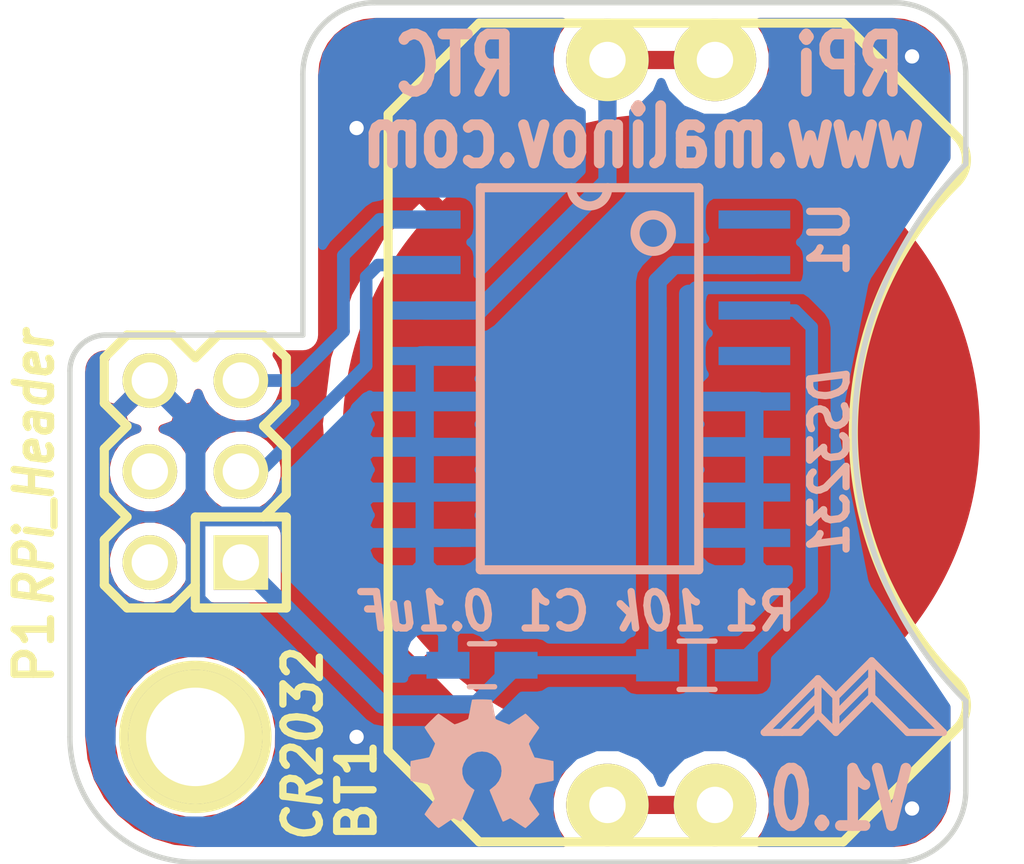
<source format=kicad_pcb>
(kicad_pcb (version 4) (host pcbnew 4.0.1-stable)

  (general
    (links 21)
    (no_connects 1)
    (area 99.924999 140.924999 132.575001 165.075001)
    (thickness 1.6)
    (drawings 32)
    (tracks 106)
    (zones 0)
    (modules 7)
    (nets 12)
  )

  (page USLetter portrait)
  (layers
    (0 F.Cu signal)
    (31 B.Cu signal)
    (32 B.Adhes user)
    (33 F.Adhes user)
    (34 B.Paste user)
    (35 F.Paste user)
    (36 B.SilkS user)
    (37 F.SilkS user)
    (38 B.Mask user)
    (39 F.Mask user)
    (40 Dwgs.User user)
    (41 Cmts.User user)
    (42 Eco1.User user)
    (43 Eco2.User user)
    (44 Edge.Cuts user)
    (45 Margin user)
    (46 B.CrtYd user)
    (47 F.CrtYd user)
    (48 B.Fab user)
    (49 F.Fab user)
  )

  (setup
    (last_trace_width 0.3556)
    (user_trace_width 0.3556)
    (trace_clearance 0.2)
    (zone_clearance 0.35)
    (zone_45_only no)
    (trace_min 0.2)
    (segment_width 0.2)
    (edge_width 0.15)
    (via_size 0.6)
    (via_drill 0.4)
    (via_min_size 0.4)
    (via_min_drill 0.3)
    (uvia_size 0.3)
    (uvia_drill 0.1)
    (uvias_allowed no)
    (uvia_min_size 0.2)
    (uvia_min_drill 0.1)
    (pcb_text_width 0.3)
    (pcb_text_size 1.5 1.5)
    (mod_edge_width 0.15)
    (mod_text_size 1 1)
    (mod_text_width 0.15)
    (pad_size 1.524 1.524)
    (pad_drill 0.762)
    (pad_to_mask_clearance 0.2)
    (aux_axis_origin 0 0)
    (visible_elements FFFFF77F)
    (pcbplotparams
      (layerselection 0x00030_80000001)
      (usegerberextensions false)
      (excludeedgelayer true)
      (linewidth 0.100000)
      (plotframeref false)
      (viasonmask false)
      (mode 1)
      (useauxorigin false)
      (hpglpennumber 1)
      (hpglpenspeed 20)
      (hpglpendiameter 15)
      (hpglpenoverlay 2)
      (psnegative false)
      (psa4output false)
      (plotreference true)
      (plotvalue true)
      (plotinvisibletext false)
      (padsonsilk false)
      (subtractmaskfromsilk false)
      (outputformat 1)
      (mirror false)
      (drillshape 1)
      (scaleselection 1)
      (outputdirectory ""))
  )

  (net 0 "")
  (net 1 GND)
  (net 2 /VBAT)
  (net 3 "Net-(P1-Pad2)")
  (net 4 /SDA)
  (net 5 "Net-(P1-Pad4)")
  (net 6 /SCL)
  (net 7 /~INT)
  (net 8 "Net-(U1-Pad4)")
  (net 9 "Net-(U1-Pad1)")
  (net 10 +3V3)
  (net 11 "Net-(HOLE1-Pad1)")

  (net_class Default "This is the default net class."
    (clearance 0.2)
    (trace_width 0.3556)
    (via_dia 0.6)
    (via_drill 0.4)
    (uvia_dia 0.3)
    (uvia_drill 0.1)
    (add_net /SCL)
    (add_net /SDA)
    (add_net /~INT)
    (add_net "Net-(HOLE1-Pad1)")
    (add_net "Net-(P1-Pad2)")
    (add_net "Net-(P1-Pad4)")
    (add_net "Net-(U1-Pad1)")
    (add_net "Net-(U1-Pad4)")
  )

  (net_class Power ""
    (clearance 0.2)
    (trace_width 0.508)
    (via_dia 0.6)
    (via_drill 0.4)
    (uvia_dia 0.3)
    (uvia_drill 0.1)
    (add_net +3V3)
    (add_net /VBAT)
    (add_net GND)
  )

  (module my_components:Battery_Holder_CR2032_THM (layer F.Cu) (tedit 5A4FCA34) (tstamp 5A4F2F1C)
    (at 116.5 153 90)
    (descr "Battery Holder, CR2030, Links BAT-HLD-001-THM")
    (tags "BATTERY HOLDER CR2032")
    (path /5A4F2864)
    (fp_text reference BT1 (at -10 -8.5 90) (layer F.SilkS)
      (effects (font (size 1.016 1.016) (thickness 0.2032)))
    )
    (fp_text value CR2032 (at -8.75 -10 90) (layer F.SilkS)
      (effects (font (size 1.016 0.9144) (thickness 0.2032) italic))
    )
    (fp_circle (center 0 0) (end -10 0) (layer F.CrtYd) (width 0.254))
    (fp_arc (start 7.62 7.62) (end 8.255 8.255) (angle 90) (layer F.SilkS) (width 0.254))
    (fp_arc (start -7.62 7.62) (end -6.985 8.255) (angle 90) (layer F.SilkS) (width 0.254))
    (fp_arc (start 0 15.24) (end -6.985 8.255) (angle 90) (layer F.SilkS) (width 0.254))
    (fp_line (start 11.43 5.08) (end 8.255 8.255) (layer F.SilkS) (width 0.254))
    (fp_line (start -11.43 5.08) (end -8.255 8.255) (layer F.SilkS) (width 0.254))
    (fp_line (start 11.43 -5.08) (end 11.43 5.08) (layer F.SilkS) (width 0.254))
    (fp_line (start -11.43 -5.08) (end -11.43 5.08) (layer F.SilkS) (width 0.254))
    (fp_line (start 8.89 -7.62) (end 11.43 -5.08) (layer F.SilkS) (width 0.254))
    (fp_line (start -8.89 -7.62) (end -11.43 -5.08) (layer F.SilkS) (width 0.254))
    (fp_line (start -8.89 -7.62) (end 8.89 -7.62) (layer F.SilkS) (width 0.254))
    (pad 2 smd circle (at 0 0 90) (size 17.78 17.78) (layers F.Cu F.Paste F.Mask)
      (net 1 GND))
    (pad 1 thru_hole circle (at 10.4 1.5 90) (size 2.3 2.3) (drill 1.016) (layers *.Cu *.Mask F.SilkS)
      (net 2 /VBAT))
    (pad 1 thru_hole circle (at -10.4 -1.5 90) (size 2.3 2.3) (drill 1.016) (layers *.Cu *.Mask F.SilkS)
      (net 2 /VBAT))
    (pad 1 thru_hole circle (at 10.4 -1.5 90) (size 2.3 2.3) (drill 1.016) (layers *.Cu *.Mask F.SilkS)
      (net 2 /VBAT))
    (pad 1 thru_hole circle (at -10.4 1.5 90) (size 2.3 2.3) (drill 1.016) (layers *.Cu *.Mask F.SilkS)
      (net 2 /VBAT))
  )

  (module Capacitors_SMD:C_0603_HandSoldering (layer B.Cu) (tedit 5A4FD344) (tstamp 5A4F2F22)
    (at 111.5 159.5 180)
    (descr "Capacitor SMD 0603, hand soldering")
    (tags "capacitor 0603")
    (path /5A4F2DD0)
    (attr smd)
    (fp_text reference C1 (at -2 1.5 180) (layer B.SilkS)
      (effects (font (size 1.016 1.016) (thickness 0.2032)) (justify mirror))
    )
    (fp_text value 0.1uF (at 1.5 1.5 180) (layer B.SilkS)
      (effects (font (size 1.016 0.9144) (thickness 0.2032) italic) (justify mirror))
    )
    (fp_line (start -1.85 0.75) (end 1.85 0.75) (layer B.CrtYd) (width 0.05))
    (fp_line (start -1.85 -0.75) (end 1.85 -0.75) (layer B.CrtYd) (width 0.05))
    (fp_line (start -1.85 0.75) (end -1.85 -0.75) (layer B.CrtYd) (width 0.05))
    (fp_line (start 1.85 0.75) (end 1.85 -0.75) (layer B.CrtYd) (width 0.05))
    (fp_line (start -0.35 0.6) (end 0.35 0.6) (layer B.SilkS) (width 0.15))
    (fp_line (start 0.35 -0.6) (end -0.35 -0.6) (layer B.SilkS) (width 0.15))
    (pad 1 smd rect (at -0.95 0 180) (size 1.2 0.75) (layers B.Cu B.Paste B.Mask)
      (net 10 +3V3))
    (pad 2 smd rect (at 0.95 0 180) (size 1.2 0.75) (layers B.Cu B.Paste B.Mask)
      (net 1 GND))
    (model Capacitors_SMD.3dshapes/C_0603_HandSoldering.wrl
      (at (xyz 0 0 0))
      (scale (xyz 1 1 1))
      (rotate (xyz 0 0 0))
    )
  )

  (module my_components:Hole_2.75mm (layer F.Cu) (tedit 599A541D) (tstamp 5A4F2F27)
    (at 103.5 161.5)
    (descr "Mounting Hole, 2.75mm")
    (tags "HOLE 2.75MM")
    (path /5A4F3C56)
    (fp_text reference HOLE1 (at 0 -3.048) (layer F.SilkS) hide
      (effects (font (size 1.016 1.016) (thickness 0.2032)))
    )
    (fp_text value HOLE (at 0 3.175) (layer F.SilkS) hide
      (effects (font (size 1.016 0.9144) (thickness 0.2032) italic))
    )
    (fp_circle (center 0 0) (end -2 0) (layer F.SilkS) (width 0.254))
    (pad 1 thru_hole circle (at 0 0) (size 3.75 3.75) (drill 2.75) (layers *.Cu *.Mask F.SilkS)
      (net 11 "Net-(HOLE1-Pad1)"))
  )

  (module my_components:Conn_Pin_Header_2x3_2.54mm (layer F.Cu) (tedit 5A4F3ADB) (tstamp 5A4F2F31)
    (at 103.5 154.09 90)
    (descr "Pin Header, 2x3, 2.54mm pitch")
    (tags "CONN 2x3")
    (path /5A4F290F)
    (fp_text reference P1 (at -4.91 -4.5 90) (layer F.SilkS)
      (effects (font (size 1.016 1.016) (thickness 0.2032)))
    )
    (fp_text value RPi_Header (at 0.09 -4.5 90) (layer F.SilkS)
      (effects (font (size 1.016 0.9144) (thickness 0.2032) italic))
    )
    (fp_line (start 0.635 -2.54) (end 1.27 -1.905) (layer F.SilkS) (width 0.254))
    (fp_line (start 1.27 -1.905) (end 1.905 -2.54) (layer F.SilkS) (width 0.254))
    (fp_line (start 1.905 -2.54) (end 3.175 -2.54) (layer F.SilkS) (width 0.254))
    (fp_line (start 0.635 2.54) (end 1.27 1.905) (layer F.SilkS) (width 0.254))
    (fp_line (start 1.27 1.905) (end 1.905 2.54) (layer F.SilkS) (width 0.254))
    (fp_line (start 1.905 2.54) (end 3.175 2.54) (layer F.SilkS) (width 0.254))
    (fp_line (start -3.81 0) (end -1.27 0) (layer F.SilkS) (width 0.254))
    (fp_line (start -1.27 0) (end -1.27 2.54) (layer F.SilkS) (width 0.254))
    (fp_line (start 3.81 1.905) (end 3.81 0.635) (layer F.SilkS) (width 0.254))
    (fp_line (start 3.81 0.635) (end 3.175 0) (layer F.SilkS) (width 0.254))
    (fp_line (start 3.175 0) (end 3.81 -0.635) (layer F.SilkS) (width 0.254))
    (fp_line (start 3.81 -0.635) (end 3.81 -1.905) (layer F.SilkS) (width 0.254))
    (fp_line (start -3.175 0) (end -3.81 -0.635) (layer F.SilkS) (width 0.254))
    (fp_line (start -3.81 -0.635) (end -3.81 -1.905) (layer F.SilkS) (width 0.254))
    (fp_line (start -3.81 -1.905) (end -3.175 -2.54) (layer F.SilkS) (width 0.254))
    (fp_line (start -3.175 -2.54) (end -1.905 -2.54) (layer F.SilkS) (width 0.254))
    (fp_line (start -1.905 -2.54) (end -1.27 -1.905) (layer F.SilkS) (width 0.254))
    (fp_line (start -1.27 -1.905) (end -0.635 -2.54) (layer F.SilkS) (width 0.254))
    (fp_line (start -0.635 -2.54) (end 0.635 -2.54) (layer F.SilkS) (width 0.254))
    (fp_line (start 3.175 -2.54) (end 3.81 -1.905) (layer F.SilkS) (width 0.254))
    (fp_line (start 3.81 1.905) (end 3.175 2.54) (layer F.SilkS) (width 0.254))
    (fp_line (start 0.635 2.54) (end -0.635 2.54) (layer F.SilkS) (width 0.254))
    (fp_line (start -0.635 2.54) (end -1.27 1.905) (layer F.SilkS) (width 0.254))
    (fp_line (start -1.27 2.54) (end -3.81 2.54) (layer F.SilkS) (width 0.254))
    (fp_line (start -3.81 2.54) (end -3.81 0) (layer F.SilkS) (width 0.254))
    (pad 1 thru_hole rect (at -2.54 1.27 90) (size 1.524 1.524) (drill 1.016) (layers *.Cu *.Mask F.SilkS)
      (net 10 +3V3))
    (pad 2 thru_hole circle (at -2.54 -1.27 90) (size 1.524 1.524) (drill 1.016) (layers *.Cu *.Mask F.SilkS)
      (net 3 "Net-(P1-Pad2)"))
    (pad 3 thru_hole circle (at 0 1.27 90) (size 1.524 1.524) (drill 1.016) (layers *.Cu *.Mask F.SilkS)
      (net 4 /SDA))
    (pad 4 thru_hole circle (at 0 -1.27 90) (size 1.524 1.524) (drill 1.016) (layers *.Cu *.Mask F.SilkS)
      (net 5 "Net-(P1-Pad4)"))
    (pad 5 thru_hole circle (at 2.54 1.27 90) (size 1.524 1.524) (drill 1.016) (layers *.Cu *.Mask F.SilkS)
      (net 6 /SCL))
    (pad 6 thru_hole circle (at 2.54 -1.27 90) (size 1.524 1.524) (drill 1.016) (layers *.Cu *.Mask F.SilkS)
      (net 1 GND))
    (model pin_array/pins_array_8x2.wrl
      (at (xyz 0 0 0))
      (scale (xyz 1 1 1))
      (rotate (xyz 0 0 0))
    )
  )

  (module Resistors_SMD:R_0603_HandSoldering (layer B.Cu) (tedit 5A4FD322) (tstamp 5A4F2F37)
    (at 117.5 159.5 180)
    (descr "Resistor SMD 0603, hand soldering")
    (tags "resistor 0603")
    (path /5A4F2EED)
    (attr smd)
    (fp_text reference R1 (at -1.75 1.5 180) (layer B.SilkS)
      (effects (font (size 1.016 1.016) (thickness 0.2032)) (justify mirror))
    )
    (fp_text value 10k (at 1 1.5 180) (layer B.SilkS)
      (effects (font (size 1.016 0.9144) (thickness 0.2032) italic) (justify mirror))
    )
    (fp_line (start -2 0.8) (end 2 0.8) (layer B.CrtYd) (width 0.05))
    (fp_line (start -2 -0.8) (end 2 -0.8) (layer B.CrtYd) (width 0.05))
    (fp_line (start -2 0.8) (end -2 -0.8) (layer B.CrtYd) (width 0.05))
    (fp_line (start 2 0.8) (end 2 -0.8) (layer B.CrtYd) (width 0.05))
    (fp_line (start 0.5 -0.675) (end -0.5 -0.675) (layer B.SilkS) (width 0.15))
    (fp_line (start -0.5 0.675) (end 0.5 0.675) (layer B.SilkS) (width 0.15))
    (pad 1 smd rect (at -1.1 0 180) (size 1.2 0.9) (layers B.Cu B.Paste B.Mask)
      (net 7 /~INT))
    (pad 2 smd rect (at 1.1 0 180) (size 1.2 0.9) (layers B.Cu B.Paste B.Mask)
      (net 10 +3V3))
    (model Resistors_SMD.3dshapes/R_0603_HandSoldering.wrl
      (at (xyz 0 0 0))
      (scale (xyz 1 1 1))
      (rotate (xyz 0 0 0))
    )
  )

  (module my_components:IC_SOIC16_Wide (layer B.Cu) (tedit 5A4FC68E) (tstamp 5A4FBFE5)
    (at 114.5 151.5 270)
    (descr "SOIC-16W package, body width 7.5mm")
    (tags SOIC-16W)
    (path /5A4FC606)
    (attr smd)
    (fp_text reference U1 (at -3.9 -6.7 270) (layer B.SilkS)
      (effects (font (size 1.016 1.016) (thickness 0.2032)) (justify mirror))
    )
    (fp_text value DS3231 (at 2.3 -6.7 270) (layer B.SilkS)
      (effects (font (size 1.016 0.9144) (thickness 0.2032) italic) (justify mirror))
    )
    (fp_arc (start -5.334 0) (end -4.826 0) (angle -90) (layer B.SilkS) (width 0.254))
    (fp_arc (start -5.334 0) (end -5.334 0.508) (angle -90) (layer B.SilkS) (width 0.254))
    (fp_circle (center -4.064 -1.778) (end -4.572 -1.778) (layer B.SilkS) (width 0.254))
    (fp_line (start -5.334 -3.048) (end 5.334 -3.048) (layer B.SilkS) (width 0.254))
    (fp_line (start 5.334 -3.048) (end 5.334 3.048) (layer B.SilkS) (width 0.254))
    (fp_line (start 5.334 3.048) (end -5.334 3.048) (layer B.SilkS) (width 0.254))
    (fp_line (start -5.334 3.048) (end -5.334 -3.048) (layer B.SilkS) (width 0.254))
    (pad 9 smd rect (at 4.445 4.59994 270) (size 0.508 1.99898) (layers B.Cu B.Paste B.Mask)
      (net 1 GND))
    (pad 10 smd rect (at 3.175 4.59994 270) (size 0.508 1.99898) (layers B.Cu B.Paste B.Mask)
      (net 1 GND))
    (pad 11 smd rect (at 1.905 4.59994 270) (size 0.508 1.99898) (layers B.Cu B.Paste B.Mask)
      (net 1 GND))
    (pad 12 smd rect (at 0.635 4.59994 270) (size 0.508 1.99898) (layers B.Cu B.Paste B.Mask)
      (net 1 GND))
    (pad 13 smd rect (at -0.635 4.59994 270) (size 0.508 1.99898) (layers B.Cu B.Paste B.Mask)
      (net 1 GND))
    (pad 14 smd rect (at -1.905 4.59994 270) (size 0.508 1.99898) (layers B.Cu B.Paste B.Mask)
      (net 2 /VBAT))
    (pad 15 smd rect (at -3.175 4.59994 270) (size 0.508 1.99898) (layers B.Cu B.Paste B.Mask)
      (net 4 /SDA))
    (pad 16 smd rect (at -4.445 4.59994 270) (size 0.508 1.99898) (layers B.Cu B.Paste B.Mask)
      (net 6 /SCL))
    (pad 1 smd rect (at -4.445 -4.59994 270) (size 0.508 1.99898) (layers B.Cu B.Paste B.Mask)
      (net 9 "Net-(U1-Pad1)"))
    (pad 2 smd rect (at -3.175 -4.59994 270) (size 0.508 1.99898) (layers B.Cu B.Paste B.Mask)
      (net 10 +3V3))
    (pad 3 smd rect (at -1.905 -4.59994 270) (size 0.508 1.99898) (layers B.Cu B.Paste B.Mask)
      (net 7 /~INT))
    (pad 4 smd rect (at -0.635 -4.59994 270) (size 0.508 1.99898) (layers B.Cu B.Paste B.Mask)
      (net 8 "Net-(U1-Pad4)"))
    (pad 5 smd rect (at 0.635 -4.59994 270) (size 0.508 1.99898) (layers B.Cu B.Paste B.Mask)
      (net 1 GND))
    (pad 6 smd rect (at 1.905 -4.59994 270) (size 0.508 1.99898) (layers B.Cu B.Paste B.Mask)
      (net 1 GND))
    (pad 7 smd rect (at 3.175 -4.59994 270) (size 0.508 1.99898) (layers B.Cu B.Paste B.Mask)
      (net 1 GND))
    (pad 8 smd rect (at 4.445 -4.59994 270) (size 0.508 1.99898) (layers B.Cu B.Paste B.Mask)
      (net 1 GND))
    (model smd/cms_so20.wrl
      (at (xyz 0 0 0))
      (scale (xyz 0.5 0.6 0.5))
      (rotate (xyz 0 0 0))
    )
  )

  (module OSHW-logo:OSHW-logo_silkscreen-front_4mm (layer B.Cu) (tedit 0) (tstamp 5A4FD1E3)
    (at 111.5 162.25 180)
    (fp_text reference G*** (at 0 -2.1209 180) (layer B.SilkS) hide
      (effects (font (size 0.18034 0.18034) (thickness 0.03556)) (justify mirror))
    )
    (fp_text value OSHW-logo_silkscreen-front_4mm (at 0 2.1209 180) (layer B.SilkS) hide
      (effects (font (size 0.18034 0.18034) (thickness 0.03556)) (justify mirror))
    )
    (fp_poly (pts (xy -1.21158 -1.79578) (xy -1.19126 -1.78562) (xy -1.143 -1.75514) (xy -1.07696 -1.71196)
      (xy -0.99822 -1.65862) (xy -0.91948 -1.60528) (xy -0.85344 -1.5621) (xy -0.80772 -1.53162)
      (xy -0.78994 -1.52146) (xy -0.77978 -1.524) (xy -0.74168 -1.54432) (xy -0.6858 -1.57226)
      (xy -0.65532 -1.5875) (xy -0.60452 -1.61036) (xy -0.57912 -1.61544) (xy -0.57658 -1.60782)
      (xy -0.55626 -1.56972) (xy -0.52832 -1.50368) (xy -0.49022 -1.41732) (xy -0.44704 -1.31572)
      (xy -0.40132 -1.2065) (xy -0.3556 -1.09474) (xy -0.30988 -0.98806) (xy -0.27178 -0.89154)
      (xy -0.23876 -0.81534) (xy -0.21844 -0.75946) (xy -0.21082 -0.7366) (xy -0.21336 -0.73152)
      (xy -0.23876 -0.70866) (xy -0.28194 -0.67564) (xy -0.37846 -0.5969) (xy -0.4699 -0.48006)
      (xy -0.52832 -0.34798) (xy -0.5461 -0.20066) (xy -0.53086 -0.06604) (xy -0.47752 0.0635)
      (xy -0.38608 0.18288) (xy -0.27432 0.26924) (xy -0.14478 0.32512) (xy 0 0.3429)
      (xy 0.1397 0.32766) (xy 0.27178 0.27432) (xy 0.39116 0.18542) (xy 0.43942 0.127)
      (xy 0.508 0.00762) (xy 0.54864 -0.11938) (xy 0.55118 -0.14986) (xy 0.5461 -0.2921)
      (xy 0.50546 -0.42672) (xy 0.4318 -0.5461) (xy 0.32766 -0.64516) (xy 0.31496 -0.65532)
      (xy 0.2667 -0.69088) (xy 0.23622 -0.71374) (xy 0.21082 -0.73406) (xy 0.38862 -1.16586)
      (xy 0.41656 -1.23444) (xy 0.46736 -1.35128) (xy 0.51054 -1.45288) (xy 0.54356 -1.53416)
      (xy 0.56896 -1.5875) (xy 0.57912 -1.61036) (xy 0.57912 -1.61036) (xy 0.59436 -1.6129)
      (xy 0.62738 -1.6002) (xy 0.68834 -1.57226) (xy 0.72898 -1.55194) (xy 0.7747 -1.52908)
      (xy 0.79502 -1.52146) (xy 0.8128 -1.53162) (xy 0.85598 -1.55956) (xy 0.91948 -1.60274)
      (xy 0.99568 -1.65354) (xy 1.06934 -1.70434) (xy 1.13792 -1.75006) (xy 1.18618 -1.78054)
      (xy 1.21158 -1.79324) (xy 1.21412 -1.79324) (xy 1.23444 -1.78054) (xy 1.27508 -1.75006)
      (xy 1.3335 -1.69418) (xy 1.41478 -1.6129) (xy 1.42748 -1.6002) (xy 1.49606 -1.52908)
      (xy 1.55194 -1.47066) (xy 1.59004 -1.43002) (xy 1.60274 -1.41224) (xy 1.60274 -1.41224)
      (xy 1.59004 -1.38684) (xy 1.55956 -1.33858) (xy 1.51384 -1.27) (xy 1.4605 -1.19126)
      (xy 1.31826 -0.98298) (xy 1.397 -0.7874) (xy 1.41986 -0.72898) (xy 1.45034 -0.65532)
      (xy 1.4732 -0.60452) (xy 1.4859 -0.58166) (xy 1.50622 -0.57404) (xy 1.55956 -0.56134)
      (xy 1.6383 -0.54356) (xy 1.72974 -0.52832) (xy 1.81864 -0.51054) (xy 1.89738 -0.4953)
      (xy 1.9558 -0.48514) (xy 1.9812 -0.48006) (xy 1.98628 -0.47498) (xy 1.99136 -0.46228)
      (xy 1.99644 -0.43688) (xy 1.99644 -0.38862) (xy 1.99898 -0.31242) (xy 1.99898 -0.20066)
      (xy 1.99898 -0.1905) (xy 1.99644 -0.08382) (xy 1.99644 0) (xy 1.9939 0.05334)
      (xy 1.98882 0.07366) (xy 1.98882 0.07366) (xy 1.96342 0.08128) (xy 1.90754 0.09144)
      (xy 1.8288 0.10922) (xy 1.73228 0.127) (xy 1.7272 0.127) (xy 1.63322 0.14478)
      (xy 1.55448 0.16256) (xy 1.4986 0.17526) (xy 1.47574 0.18288) (xy 1.47066 0.18796)
      (xy 1.45034 0.22606) (xy 1.4224 0.28448) (xy 1.39192 0.3556) (xy 1.36144 0.42926)
      (xy 1.3335 0.49784) (xy 1.31572 0.5461) (xy 1.31064 0.56896) (xy 1.31064 0.56896)
      (xy 1.32588 0.59182) (xy 1.3589 0.64262) (xy 1.40462 0.70866) (xy 1.4605 0.78994)
      (xy 1.46304 0.79756) (xy 1.51892 0.8763) (xy 1.5621 0.94488) (xy 1.59258 0.99314)
      (xy 1.60274 1.01346) (xy 1.60274 1.016) (xy 1.58496 1.03886) (xy 1.54432 1.08458)
      (xy 1.4859 1.14554) (xy 1.41478 1.21666) (xy 1.39192 1.23698) (xy 1.31572 1.31318)
      (xy 1.26238 1.36398) (xy 1.22682 1.38938) (xy 1.21158 1.397) (xy 1.21158 1.39446)
      (xy 1.18618 1.38176) (xy 1.13538 1.34874) (xy 1.0668 1.30048) (xy 0.98552 1.24714)
      (xy 0.98044 1.24206) (xy 0.9017 1.18872) (xy 0.83566 1.143) (xy 0.7874 1.11252)
      (xy 0.76708 1.09982) (xy 0.762 1.09982) (xy 0.73152 1.10998) (xy 0.6731 1.12776)
      (xy 0.60452 1.1557) (xy 0.53086 1.18618) (xy 0.46228 1.21412) (xy 0.41148 1.23698)
      (xy 0.38862 1.24968) (xy 0.38862 1.25222) (xy 0.37846 1.28016) (xy 0.36576 1.34112)
      (xy 0.34798 1.4224) (xy 0.3302 1.52146) (xy 0.32766 1.5367) (xy 0.30988 1.63068)
      (xy 0.29464 1.70942) (xy 0.28194 1.7653) (xy 0.27686 1.78816) (xy 0.26416 1.7907)
      (xy 0.2159 1.79324) (xy 0.14478 1.79578) (xy 0.05842 1.79578) (xy -0.03048 1.79578)
      (xy -0.11684 1.79324) (xy -0.19304 1.7907) (xy -0.24638 1.78816) (xy -0.26924 1.78308)
      (xy -0.27178 1.78054) (xy -0.2794 1.7526) (xy -0.2921 1.69164) (xy -0.30988 1.61036)
      (xy -0.32766 1.5113) (xy -0.3302 1.49352) (xy -0.34798 1.39954) (xy -0.36576 1.3208)
      (xy -0.37592 1.26746) (xy -0.38354 1.24714) (xy -0.39116 1.24206) (xy -0.42926 1.22428)
      (xy -0.49276 1.19888) (xy -0.57404 1.16586) (xy -0.75692 1.0922) (xy -0.98044 1.24714)
      (xy -1.00076 1.25984) (xy -1.08204 1.31572) (xy -1.14808 1.3589) (xy -1.1938 1.38938)
      (xy -1.21412 1.39954) (xy -1.21412 1.39954) (xy -1.23698 1.37922) (xy -1.2827 1.33858)
      (xy -1.34366 1.27762) (xy -1.41224 1.20904) (xy -1.46558 1.1557) (xy -1.52654 1.0922)
      (xy -1.56718 1.05156) (xy -1.5875 1.02362) (xy -1.59512 1.00584) (xy -1.59258 0.99568)
      (xy -1.57988 0.97282) (xy -1.54686 0.92456) (xy -1.50114 0.85598) (xy -1.44526 0.77724)
      (xy -1.39954 0.70866) (xy -1.35128 0.635) (xy -1.3208 0.58166) (xy -1.3081 0.55372)
      (xy -1.31064 0.54356) (xy -1.32842 0.50038) (xy -1.35382 0.4318) (xy -1.38684 0.35306)
      (xy -1.46558 0.17526) (xy -1.58242 0.15494) (xy -1.65354 0.1397) (xy -1.7526 0.12192)
      (xy -1.84658 0.10414) (xy -1.9939 0.07366) (xy -1.99898 -0.46482) (xy -1.97612 -0.47498)
      (xy -1.95326 -0.4826) (xy -1.89992 -0.49276) (xy -1.82118 -0.508) (xy -1.72974 -0.52578)
      (xy -1.651 -0.54102) (xy -1.57226 -0.55626) (xy -1.51638 -0.56642) (xy -1.49098 -0.5715)
      (xy -1.48336 -0.58166) (xy -1.46304 -0.61976) (xy -1.4351 -0.68072) (xy -1.40462 -0.75438)
      (xy -1.37414 -0.82804) (xy -1.3462 -0.89916) (xy -1.32588 -0.9525) (xy -1.31826 -0.98044)
      (xy -1.32842 -1.00076) (xy -1.3589 -1.04648) (xy -1.40208 -1.11252) (xy -1.45542 -1.19126)
      (xy -1.5113 -1.27) (xy -1.55448 -1.33858) (xy -1.5875 -1.38684) (xy -1.6002 -1.40716)
      (xy -1.59258 -1.4224) (xy -1.5621 -1.4605) (xy -1.50368 -1.52146) (xy -1.41478 -1.61036)
      (xy -1.39954 -1.62306) (xy -1.33096 -1.69164) (xy -1.27 -1.74498) (xy -1.22936 -1.78308)
      (xy -1.21158 -1.79578)) (layer B.SilkS) (width 0.00254))
  )

  (gr_line (start 120.875 160.375) (end 119.875 161.375) (angle 90) (layer B.SilkS) (width 0.2))
  (gr_line (start 120.875 159.875) (end 120.875 160.875) (angle 90) (layer B.SilkS) (width 0.2))
  (gr_line (start 122.375 159.875) (end 121.375 160.875) (angle 90) (layer B.SilkS) (width 0.2))
  (gr_line (start 121.375 160.375) (end 121.375 161.375) (angle 90) (layer B.SilkS) (width 0.2))
  (gr_line (start 122.375 159.375) (end 122.375 160.375) (angle 90) (layer B.SilkS) (width 0.2))
  (gr_line (start 123.375 161.375) (end 124.375 161.375) (angle 90) (layer B.SilkS) (width 0.2))
  (gr_line (start 122.375 160.375) (end 123.375 161.375) (angle 90) (layer B.SilkS) (width 0.2))
  (gr_line (start 121.375 161.375) (end 122.375 160.375) (angle 90) (layer B.SilkS) (width 0.2))
  (gr_line (start 120.875 160.875) (end 121.375 161.375) (angle 90) (layer B.SilkS) (width 0.2))
  (gr_line (start 120.375 161.375) (end 120.875 160.875) (angle 90) (layer B.SilkS) (width 0.2))
  (gr_line (start 119.375 161.375) (end 120.375 161.375) (angle 90) (layer B.SilkS) (width 0.2))
  (gr_line (start 120.875 159.875) (end 119.375 161.375) (angle 90) (layer B.SilkS) (width 0.2))
  (gr_line (start 121.375 160.375) (end 120.875 159.875) (angle 90) (layer B.SilkS) (width 0.2))
  (gr_line (start 122.375 159.375) (end 121.375 160.375) (angle 90) (layer B.SilkS) (width 0.2))
  (gr_line (start 124.375 161.375) (end 122.375 159.375) (angle 90) (layer B.SilkS) (width 0.2))
  (gr_text V1.0 (at 121.5 163.25) (layer B.SilkS)
    (effects (font (size 1.6 1.2) (thickness 0.3)) (justify mirror))
  )
  (gr_text RPi (at 121.75 142.75) (layer B.SilkS)
    (effects (font (size 1.6 1.2) (thickness 0.3)) (justify mirror))
  )
  (gr_text RTC (at 110.75 142.75) (layer B.SilkS)
    (effects (font (size 1.6 1.2) (thickness 0.3)) (justify mirror))
  )
  (gr_text www.malinov.com (at 116 144.75) (layer B.SilkS)
    (effects (font (size 1.6 1.2) (thickness 0.3)) (justify mirror))
  )
  (gr_line (start 125 145.5) (end 125 143) (angle 90) (layer Edge.Cuts) (width 0.15))
  (gr_line (start 125 160.5) (end 125 163) (angle 90) (layer Edge.Cuts) (width 0.15))
  (gr_arc (start 132.5 153) (end 125 160.5) (angle 90) (layer Edge.Cuts) (width 0.15))
  (gr_line (start 100 151.28) (end 100 161.5) (angle 90) (layer Edge.Cuts) (width 0.15))
  (gr_line (start 101 150.28) (end 106.5 150.28) (angle 90) (layer Edge.Cuts) (width 0.15))
  (gr_arc (start 101 151.28) (end 100 151.28) (angle 90) (layer Edge.Cuts) (width 0.15))
  (gr_arc (start 108.5 143) (end 106.5 143) (angle 90) (layer Edge.Cuts) (width 0.15))
  (gr_line (start 123 141) (end 108.5 141) (angle 90) (layer Edge.Cuts) (width 0.15))
  (gr_line (start 106.5 150.28) (end 106.5 143) (angle 90) (layer Edge.Cuts) (width 0.15))
  (gr_line (start 123 165) (end 103.5 165) (angle 90) (layer Edge.Cuts) (width 0.15))
  (gr_arc (start 123 143) (end 123 141) (angle 90) (layer Edge.Cuts) (width 0.15))
  (gr_arc (start 123 163) (end 125 163) (angle 90) (layer Edge.Cuts) (width 0.15))
  (gr_arc (start 103.5 161.5) (end 103.5 165) (angle 90) (layer Edge.Cuts) (width 0.15))

  (segment (start 116.5 153) (end 123.5 160) (width 0.508) (layer F.Cu) (net 1))
  (via (at 123.5 163.5) (size 0.6) (drill 0.4) (layers F.Cu B.Cu) (net 1))
  (segment (start 123.5 160) (end 123.5 163.5) (width 0.508) (layer F.Cu) (net 1) (tstamp 5A4FC9C6))
  (segment (start 116.5 153) (end 123.5 146) (width 0.508) (layer F.Cu) (net 1))
  (via (at 123.5 142.5) (size 0.6) (drill 0.4) (layers F.Cu B.Cu) (net 1))
  (segment (start 123.5 146) (end 123.5 142.5) (width 0.508) (layer F.Cu) (net 1) (tstamp 5A4FC9BD))
  (segment (start 116.5 153) (end 108 161.5) (width 0.508) (layer F.Cu) (net 1))
  (via (at 108 161.5) (size 0.6) (drill 0.4) (layers F.Cu B.Cu) (net 1))
  (segment (start 108 161.5) (end 108 161.4932) (width 0.508) (layer B.Cu) (net 1) (tstamp 5A4FC92A))
  (segment (start 108 161.4932) (end 108 161.5) (width 0.508) (layer B.Cu) (net 1) (tstamp 5A4FC92B))
  (segment (start 108 161.5) (end 108 161.4932) (width 0.508) (layer B.Cu) (net 1) (tstamp 5A4FC92D))
  (segment (start 116.5 153) (end 121 157.5) (width 0.508) (layer F.Cu) (net 1))
  (segment (start 116.5 153) (end 121 148.5) (width 0.508) (layer F.Cu) (net 1))
  (segment (start 116.5 153) (end 108 144.5) (width 0.508) (layer F.Cu) (net 1))
  (via (at 108 144.5) (size 0.6) (drill 0.4) (layers F.Cu B.Cu) (net 1))
  (segment (start 117.2718 149.1488) (end 117.45976 148.96084) (width 0.3556) (layer B.Cu) (net 1))
  (segment (start 117.2718 152.1206) (end 117.2718 149.1488) (width 0.55) (layer B.Cu) (net 1) (tstamp 5A4FC7D0))
  (segment (start 120.81764 148.96084) (end 117.45976 148.96084) (width 0.3556) (layer B.Cu) (net 1))
  (segment (start 116.46748 146.22272) (end 111.8252 150.865) (width 0.508) (layer B.Cu) (net 1) (tstamp 5A4FC85A))
  (segment (start 120.80748 146.22272) (end 116.46748 146.22272) (width 0.508) (layer B.Cu) (net 1) (tstamp 5A4FC851))
  (segment (start 120.80748 148.95068) (end 120.80748 146.22272) (width 0.508) (layer B.Cu) (net 1) (tstamp 5A4FC84E))
  (segment (start 119.09994 152.135) (end 117.2718 152.135) (width 0.55) (layer B.Cu) (net 1))
  (segment (start 117.2972 152.1206) (end 117.2718 152.1206) (width 0.55) (layer B.Cu) (net 1) (tstamp 5A4FC7CF))
  (segment (start 117.2862 152.1206) (end 117.2972 152.1206) (width 0.55) (layer B.Cu) (net 1) (tstamp 5A4FC7CE))
  (segment (start 117.2718 152.135) (end 117.2862 152.1206) (width 0.55) (layer B.Cu) (net 1) (tstamp 5A4FC7CD))
  (segment (start 117.2718 153.405) (end 117.2718 152.1206) (width 0.55) (layer B.Cu) (net 1))
  (segment (start 109.90006 152.135) (end 111.8472 152.135) (width 0.55) (layer B.Cu) (net 1))
  (segment (start 111.8472 152.135) (end 111.8616 152.1206) (width 0.55) (layer B.Cu) (net 1) (tstamp 5A4FC7AF))
  (segment (start 111.8616 152.1206) (end 111.8616 150.9014) (width 0.55) (layer B.Cu) (net 1) (tstamp 5A4FC7B0))
  (segment (start 111.8616 150.9014) (end 111.8252 150.865) (width 0.55) (layer B.Cu) (net 1) (tstamp 5A4FC7B1))
  (segment (start 111.8252 150.865) (end 109.90006 150.865) (width 0.55) (layer B.Cu) (net 1) (tstamp 5A4FC7B2))
  (segment (start 119.09994 155.945) (end 117.2718 155.945) (width 0.55) (layer B.Cu) (net 1))
  (segment (start 117.3734 155.956) (end 117.2718 155.956) (width 0.55) (layer B.Cu) (net 1) (tstamp 5A4FC623))
  (segment (start 117.2828 155.956) (end 117.3734 155.956) (width 0.55) (layer B.Cu) (net 1) (tstamp 5A4FC622))
  (segment (start 117.2718 155.945) (end 117.2828 155.956) (width 0.55) (layer B.Cu) (net 1) (tstamp 5A4FC621))
  (segment (start 119.09994 154.675) (end 117.2718 154.675) (width 0.55) (layer B.Cu) (net 1))
  (segment (start 117.3226 154.6606) (end 117.2718 154.6606) (width 0.55) (layer B.Cu) (net 1) (tstamp 5A4FC61E))
  (segment (start 117.2862 154.6606) (end 117.3226 154.6606) (width 0.55) (layer B.Cu) (net 1) (tstamp 5A4FC61D))
  (segment (start 117.2718 154.675) (end 117.2862 154.6606) (width 0.55) (layer B.Cu) (net 1) (tstamp 5A4FC61B))
  (segment (start 119.09994 153.405) (end 117.2718 153.405) (width 0.55) (layer B.Cu) (net 1))
  (segment (start 117.3226 153.3906) (end 117.2718 153.3906) (width 0.55) (layer B.Cu) (net 1) (tstamp 5A4FC618))
  (segment (start 117.2862 153.3906) (end 117.3226 153.3906) (width 0.55) (layer B.Cu) (net 1) (tstamp 5A4FC617))
  (segment (start 117.2718 153.405) (end 117.2862 153.3906) (width 0.55) (layer B.Cu) (net 1) (tstamp 5A4FC613))
  (segment (start 103.505 155.3464) (end 108.0944 155.3464) (width 0.55) (layer B.Cu) (net 1))
  (segment (start 108.0944 155.3464) (end 108.0008 155.3464) (width 0.55) (layer B.Cu) (net 1) (tstamp 5A4FC60D))
  (segment (start 108.0008 155.3464) (end 108.0944 155.3464) (width 0.55) (layer B.Cu) (net 1) (tstamp 5A4FC60F))
  (segment (start 109.90006 154.675) (end 108.0944 154.675) (width 0.55) (layer B.Cu) (net 1))
  (segment (start 108.3056 154.6606) (end 108.0944 154.6606) (width 0.55) (layer B.Cu) (net 1) (tstamp 5A4FC5FF))
  (segment (start 108.1088 154.6606) (end 108.3056 154.6606) (width 0.55) (layer B.Cu) (net 1) (tstamp 5A4FC5FE))
  (segment (start 108.0944 154.675) (end 108.1088 154.6606) (width 0.55) (layer B.Cu) (net 1) (tstamp 5A4FC5FD))
  (segment (start 108.0944 153.405) (end 108.0944 154.6606) (width 0.55) (layer B.Cu) (net 1))
  (segment (start 108.0944 154.6606) (end 108.0944 155.3464) (width 0.55) (layer B.Cu) (net 1) (tstamp 5A4FC600))
  (segment (start 108.0944 155.3464) (end 108.0944 155.9542) (width 0.55) (layer B.Cu) (net 1) (tstamp 5A4FC610))
  (segment (start 108.0944 156.8624) (end 108.0944 155.9542) (width 0.55) (layer B.Cu) (net 1))
  (segment (start 108.0944 156.8624) (end 109.601 158.369) (width 0.55) (layer B.Cu) (net 1) (tstamp 5A4FC54D))
  (segment (start 109.601 158.369) (end 110.49 158.369) (width 0.55) (layer B.Cu) (net 1) (tstamp 5A4FC54F))
  (segment (start 110.49 158.369) (end 110.55 158.429) (width 0.55) (layer B.Cu) (net 1) (tstamp 5A4FC552))
  (segment (start 110.55 158.429) (end 110.55 159.5) (width 0.55) (layer B.Cu) (net 1) (tstamp 5A4FC554))
  (segment (start 103.505 152.825) (end 103.505 155.3464) (width 0.55) (layer B.Cu) (net 1))
  (segment (start 103.505 155.3464) (end 103.505 157.6832) (width 0.55) (layer B.Cu) (net 1) (tstamp 5A4FC60B))
  (segment (start 107.315 161.4932) (end 103.505 157.6832) (width 0.55) (layer B.Cu) (net 1) (tstamp 5A4FC5CD))
  (segment (start 116.6368 161.4932) (end 108 161.4932) (width 0.55) (layer B.Cu) (net 1) (tstamp 5A4FC5CA))
  (segment (start 108 161.4932) (end 107.315 161.4932) (width 0.55) (layer B.Cu) (net 1) (tstamp 5A4FC92E))
  (segment (start 117.5004 160.6296) (end 116.6368 161.4932) (width 0.55) (layer B.Cu) (net 1) (tstamp 5A4FC5C9))
  (segment (start 117.5004 157.8102) (end 117.5004 160.6296) (width 0.55) (layer B.Cu) (net 1) (tstamp 5A4FC5C6))
  (segment (start 117.2718 157.5816) (end 117.5004 157.8102) (width 0.55) (layer B.Cu) (net 1) (tstamp 5A4FC5C4))
  (segment (start 117.2718 155.956) (end 117.2718 157.5816) (width 0.55) (layer B.Cu) (net 1) (tstamp 5A4FC624))
  (segment (start 117.2718 154.6606) (end 117.2718 155.956) (width 0.55) (layer B.Cu) (net 1) (tstamp 5A4FC61F))
  (segment (start 117.2718 153.3906) (end 117.2718 154.6606) (width 0.55) (layer B.Cu) (net 1) (tstamp 5A4FC619))
  (segment (start 102.23 151.55) (end 103.505 152.825) (width 0.55) (layer B.Cu) (net 1) (tstamp 5A4FC0CB))
  (segment (start 109.90006 152.135) (end 108.342 152.135) (width 0.55) (layer B.Cu) (net 1))
  (segment (start 108.0944 152.3826) (end 108.0944 153.405) (width 0.55) (layer B.Cu) (net 1) (tstamp 5A4FC4D2))
  (segment (start 108.342 152.135) (end 108.0944 152.3826) (width 0.55) (layer B.Cu) (net 1) (tstamp 5A4FC4D0))
  (segment (start 109.90006 153.405) (end 108.0944 153.405) (width 0.55) (layer B.Cu) (net 1))
  (segment (start 108.1706 153.4212) (end 108.0944 153.4212) (width 0.55) (layer B.Cu) (net 1) (tstamp 5A4FC0DB))
  (segment (start 108.1106 153.4212) (end 108.1706 153.4212) (width 0.55) (layer B.Cu) (net 1) (tstamp 5A4FC0DA))
  (segment (start 108.0944 153.405) (end 108.1106 153.4212) (width 0.55) (layer B.Cu) (net 1) (tstamp 5A4FC0D9))
  (segment (start 108.1036 155.945) (end 109.90006 155.945) (width 0.55) (layer B.Cu) (net 1) (tstamp 5A4FC0D1))
  (segment (start 118 163.4) (end 115 163.4) (width 0.508) (layer F.Cu) (net 2))
  (segment (start 115 142.6) (end 118 142.6) (width 0.508) (layer F.Cu) (net 2))
  (segment (start 109.90006 149.595) (end 111.405 149.595) (width 0.508) (layer B.Cu) (net 2))
  (segment (start 115 146) (end 115 142.6) (width 0.508) (layer B.Cu) (net 2) (tstamp 5A4FC89F))
  (segment (start 111.405 149.595) (end 115 146) (width 0.508) (layer B.Cu) (net 2) (tstamp 5A4FC89C))
  (segment (start 108.2675 151.13) (end 105.3075 154.09) (width 0.35) (layer B.Cu) (net 4) (tstamp 5A4FC488))
  (segment (start 109.90006 148.325) (end 108.596 148.325) (width 0.35) (layer B.Cu) (net 4))
  (segment (start 108.2675 148.6535) (end 108.2675 151.13) (width 0.35) (layer B.Cu) (net 4) (tstamp 5A4FC4C1))
  (segment (start 108.596 148.325) (end 108.2675 148.6535) (width 0.35) (layer B.Cu) (net 4) (tstamp 5A4FC4BE))
  (segment (start 104.77 154.09) (end 105.3075 154.09) (width 0.35) (layer B.Cu) (net 4))
  (segment (start 107.6325 150.1775) (end 107.6325 148.06) (width 0.3556) (layer B.Cu) (net 6))
  (segment (start 106.26 151.55) (end 107.6325 150.1775) (width 0.3556) (layer B.Cu) (net 6) (tstamp 5A4FC497))
  (segment (start 104.77 151.55) (end 106.26 151.55) (width 0.3556) (layer B.Cu) (net 6))
  (segment (start 108.6375 147.055) (end 107.6325 148.06) (width 0.3556) (layer B.Cu) (net 6) (tstamp 5A4FC49D))
  (segment (start 108.6375 147.055) (end 109.90006 147.055) (width 0.3556) (layer B.Cu) (net 6))
  (segment (start 120.2326 149.595) (end 120.7008 150.0632) (width 0.35) (layer B.Cu) (net 7))
  (segment (start 119.09994 149.595) (end 120.2326 149.595) (width 0.35) (layer B.Cu) (net 7))
  (segment (start 120.7008 157.3992) (end 118.6 159.5) (width 0.35) (layer B.Cu) (net 7) (tstamp 5A4FC799))
  (segment (start 120.7008 150.0632) (end 120.7008 157.3992) (width 0.35) (layer B.Cu) (net 7) (tstamp 5A4FC798))
  (segment (start 116.4 148.776) (end 116.4 149.538) (width 0.508) (layer B.Cu) (net 10) (tstamp 5A4FC7B6))
  (segment (start 116.851 148.325) (end 116.4 148.776) (width 0.508) (layer B.Cu) (net 10) (tstamp 5A4FC7B5))
  (segment (start 119.09994 148.325) (end 116.851 148.325) (width 0.508) (layer B.Cu) (net 10))
  (segment (start 116.4 159.5) (end 116.4 149.538) (width 0.508) (layer B.Cu) (net 10))
  (segment (start 104.77 156.63) (end 104.77 156.6495) (width 0.508) (layer B.Cu) (net 10))
  (segment (start 104.77 156.6495) (end 108.712 160.5915) (width 0.508) (layer B.Cu) (net 10) (tstamp 5A4FC562))
  (segment (start 108.712 160.5915) (end 111.3585 160.5915) (width 0.508) (layer B.Cu) (net 10) (tstamp 5A4FC566))
  (segment (start 111.3585 160.5915) (end 112.45 159.5) (width 0.508) (layer B.Cu) (net 10) (tstamp 5A4FC56A))
  (segment (start 116.4 159.5) (end 112.45 159.5) (width 0.508) (layer B.Cu) (net 10))

  (zone (net 1) (net_name GND) (layer F.Cu) (tstamp 5A4F381D) (hatch edge 0.508)
    (connect_pads (clearance 0.35))
    (min_thickness 0.25)
    (fill yes (arc_segments 32) (thermal_gap 0.508) (thermal_bridge_width 0.508))
    (polygon
      (pts
        (xy 113.5 165) (xy 100 165) (xy 100 150.2) (xy 106.5 150.2) (xy 106.5 141)
        (xy 125 141) (xy 125 165)
      )
    )
    (filled_polygon
      (pts
        (xy 113.749154 141.550416) (xy 113.569111 141.813362) (xy 113.44357 142.106271) (xy 113.377313 142.417987) (xy 113.372864 142.736634)
        (xy 113.430391 143.050078) (xy 113.547705 143.346378) (xy 113.720336 143.614249) (xy 113.929144 143.830477) (xy 113.067253 144.067839)
        (xy 111.390634 144.909164) (xy 110.980312 145.183333) (xy 109.937382 146.254948) (xy 116.5 152.817566) (xy 123.062618 146.254948)
        (xy 122.019688 145.183333) (xy 120.388673 144.256691) (xy 119.074559 143.820751) (xy 119.236069 143.666946) (xy 119.419766 143.406539)
        (xy 119.549385 143.115412) (xy 119.619987 142.804652) (xy 119.62507 142.44066) (xy 119.563172 142.128051) (xy 119.441732 141.833417)
        (xy 119.265378 141.567983) (xy 119.24752 141.55) (xy 122.973101 141.55) (xy 123.281127 141.580202) (xy 123.551548 141.661847)
        (xy 123.80096 141.794463) (xy 124.01986 141.972994) (xy 124.199918 142.190646) (xy 124.33427 142.439126) (xy 124.4178 142.708966)
        (xy 124.45 143.015328) (xy 124.45 145.293344) (xy 123.400817 146.588977) (xy 123.245052 146.437382) (xy 116.682434 153)
        (xy 123.245052 159.562618) (xy 123.396887 159.414848) (xy 124.45 160.696928) (xy 124.45 162.973101) (xy 124.419798 163.281127)
        (xy 124.338153 163.551547) (xy 124.205539 163.800957) (xy 124.027008 164.019859) (xy 123.809354 164.199918) (xy 123.560875 164.33427)
        (xy 123.291034 164.4178) (xy 122.984672 164.45) (xy 119.248023 164.45) (xy 119.419766 164.206539) (xy 119.549385 163.915412)
        (xy 119.619987 163.604652) (xy 119.62507 163.24066) (xy 119.563172 162.928051) (xy 119.441732 162.633417) (xy 119.265378 162.367983)
        (xy 119.068849 162.170076) (xy 119.932747 161.932161) (xy 121.609366 161.090836) (xy 122.019688 160.816667) (xy 123.062618 159.745052)
        (xy 116.5 153.182434) (xy 109.937382 159.745052) (xy 110.980312 160.816667) (xy 112.611327 161.743309) (xy 113.924323 162.178878)
        (xy 113.749154 162.350416) (xy 113.569111 162.613362) (xy 113.44357 162.906271) (xy 113.377313 163.217987) (xy 113.372864 163.536634)
        (xy 113.430391 163.850078) (xy 113.547705 164.146378) (xy 113.720336 164.414249) (xy 113.75486 164.45) (xy 103.526899 164.45)
        (xy 102.927522 164.391231) (xy 102.376845 164.224971) (xy 101.868953 163.954919) (xy 101.423187 163.591362) (xy 101.056527 163.148146)
        (xy 100.782935 162.642148) (xy 100.612837 162.092651) (xy 100.571315 161.697594) (xy 101.146911 161.697594) (xy 101.230105 162.150882)
        (xy 101.399758 162.579378) (xy 101.649409 162.96676) (xy 101.969548 163.298274) (xy 102.347982 163.561293) (xy 102.770296 163.745797)
        (xy 103.220404 163.84476) (xy 103.681162 163.854411) (xy 104.135019 163.774384) (xy 104.564689 163.607726) (xy 104.953805 163.360786)
        (xy 105.287546 163.042968) (xy 105.5532 162.66638) (xy 105.740648 162.245364) (xy 105.842751 161.795958) (xy 105.850101 161.269571)
        (xy 105.760586 160.817489) (xy 105.584967 160.391403) (xy 105.329931 160.007544) (xy 105.005195 159.680532) (xy 104.623125 159.422823)
        (xy 104.198276 159.244233) (xy 103.74683 159.151565) (xy 103.285983 159.148347) (xy 102.833287 159.234704) (xy 102.405986 159.407345)
        (xy 102.020356 159.659694) (xy 101.691085 159.98214) (xy 101.430715 160.362401) (xy 101.249163 160.785993) (xy 101.153345 161.23678)
        (xy 101.146911 161.697594) (xy 100.571315 161.697594) (xy 100.55 161.494801) (xy 100.55 156.73401) (xy 100.991374 156.73401)
        (xy 101.035166 156.972613) (xy 101.124469 157.198166) (xy 101.255881 157.402077) (xy 101.424397 157.576581) (xy 101.623598 157.715029)
        (xy 101.845897 157.812149) (xy 102.082826 157.864241) (xy 102.325361 157.869322) (xy 102.564263 157.827197) (xy 102.790434 157.739471)
        (xy 102.995258 157.609486) (xy 103.170933 157.442192) (xy 103.310769 157.243962) (xy 103.409439 157.022347) (xy 103.463184 156.785787)
        (xy 103.467053 156.508706) (xy 103.419934 156.270738) (xy 103.327491 156.046454) (xy 103.208926 155.868) (xy 103.530702 155.868)
        (xy 103.530702 157.392) (xy 103.536734 157.467642) (xy 103.576465 157.595939) (xy 103.650366 157.708087) (xy 103.752585 157.795208)
        (xy 103.875028 157.850401) (xy 104.008 157.869298) (xy 105.532 157.869298) (xy 105.607642 157.863266) (xy 105.735939 157.823535)
        (xy 105.848087 157.749634) (xy 105.935208 157.647415) (xy 105.990401 157.524972) (xy 106.009298 157.392) (xy 106.009298 155.868)
        (xy 106.003266 155.792358) (xy 105.963535 155.664061) (xy 105.889634 155.551913) (xy 105.787415 155.464792) (xy 105.664972 155.409599)
        (xy 105.532 155.390702) (xy 104.008 155.390702) (xy 103.932358 155.396734) (xy 103.804061 155.436465) (xy 103.691913 155.510366)
        (xy 103.604792 155.612585) (xy 103.549599 155.735028) (xy 103.530702 155.868) (xy 103.208926 155.868) (xy 103.193244 155.844397)
        (xy 103.022308 155.672264) (xy 102.821194 155.53661) (xy 102.597561 155.442603) (xy 102.359927 155.393824) (xy 102.117345 155.392131)
        (xy 101.879054 155.437587) (xy 101.65413 155.528462) (xy 101.451141 155.661295) (xy 101.277818 155.831025) (xy 101.140764 156.031187)
        (xy 101.045198 156.254159) (xy 100.994761 156.491446) (xy 100.991374 156.73401) (xy 100.55 156.73401) (xy 100.55 154.19401)
        (xy 100.991374 154.19401) (xy 101.035166 154.432613) (xy 101.124469 154.658166) (xy 101.255881 154.862077) (xy 101.424397 155.036581)
        (xy 101.623598 155.175029) (xy 101.845897 155.272149) (xy 102.082826 155.324241) (xy 102.325361 155.329322) (xy 102.564263 155.287197)
        (xy 102.790434 155.199471) (xy 102.995258 155.069486) (xy 103.170933 154.902192) (xy 103.310769 154.703962) (xy 103.409439 154.482347)
        (xy 103.463184 154.245787) (xy 103.463906 154.19401) (xy 103.531374 154.19401) (xy 103.575166 154.432613) (xy 103.664469 154.658166)
        (xy 103.795881 154.862077) (xy 103.964397 155.036581) (xy 104.163598 155.175029) (xy 104.385897 155.272149) (xy 104.622826 155.324241)
        (xy 104.865361 155.329322) (xy 105.104263 155.287197) (xy 105.330434 155.199471) (xy 105.535258 155.069486) (xy 105.710933 154.902192)
        (xy 105.850769 154.703962) (xy 105.949439 154.482347) (xy 106.003184 154.245787) (xy 106.007053 153.968706) (xy 105.959934 153.730738)
        (xy 105.867491 153.506454) (xy 105.733244 153.304397) (xy 105.562308 153.132264) (xy 105.361194 152.99661) (xy 105.137561 152.902603)
        (xy 104.899927 152.853824) (xy 104.657345 152.852131) (xy 104.419054 152.897587) (xy 104.19413 152.988462) (xy 103.991141 153.121295)
        (xy 103.817818 153.291025) (xy 103.680764 153.491187) (xy 103.585198 153.714159) (xy 103.534761 153.951446) (xy 103.531374 154.19401)
        (xy 103.463906 154.19401) (xy 103.467053 153.968706) (xy 103.419934 153.730738) (xy 103.327491 153.506454) (xy 103.193244 153.304397)
        (xy 103.022308 153.132264) (xy 102.821194 152.99661) (xy 102.597561 152.902603) (xy 102.593933 152.901858) (xy 102.834138 152.81488)
        (xy 102.946069 152.755051) (xy 103.013327 152.51576) (xy 102.23 151.732434) (xy 101.446673 152.51576) (xy 101.513931 152.755051)
        (xy 101.762784 152.871595) (xy 101.874961 152.899241) (xy 101.65413 152.988462) (xy 101.451141 153.121295) (xy 101.277818 153.291025)
        (xy 101.140764 153.491187) (xy 101.045198 153.714159) (xy 100.994761 153.951446) (xy 100.991374 154.19401) (xy 100.55 154.19401)
        (xy 100.55 151.3069) (xy 100.561158 151.193108) (xy 100.586393 151.109522) (xy 100.627385 151.032429) (xy 100.682562 150.964776)
        (xy 100.749841 150.909117) (xy 100.826638 150.867593) (xy 100.910044 150.841775) (xy 101.022073 150.83) (xy 101.038935 150.83)
        (xy 101.024949 150.833931) (xy 100.908405 151.082784) (xy 100.84265 151.349593) (xy 100.83021 151.624102) (xy 100.871563 151.895764)
        (xy 100.96512 152.154138) (xy 101.024949 152.266069) (xy 101.26424 152.333327) (xy 102.047566 151.55) (xy 102.033424 151.535858)
        (xy 102.215858 151.353424) (xy 102.23 151.367566) (xy 102.244142 151.353424) (xy 102.426576 151.535858) (xy 102.412434 151.55)
        (xy 103.19576 152.333327) (xy 103.435051 152.266069) (xy 103.551595 152.017216) (xy 103.579565 151.903724) (xy 103.664469 152.118166)
        (xy 103.795881 152.322077) (xy 103.964397 152.496581) (xy 104.163598 152.635029) (xy 104.385897 152.732149) (xy 104.622826 152.784241)
        (xy 104.865361 152.789322) (xy 105.069912 152.753254) (xy 106.934105 152.753254) (xy 107.069773 154.624209) (xy 107.567839 156.432747)
        (xy 108.409164 158.109366) (xy 108.683333 158.519688) (xy 109.754948 159.562618) (xy 116.317566 153) (xy 109.754948 146.437382)
        (xy 108.683333 147.480312) (xy 107.756691 149.111327) (xy 107.166048 150.891782) (xy 106.934105 152.753254) (xy 105.069912 152.753254)
        (xy 105.104263 152.747197) (xy 105.330434 152.659471) (xy 105.535258 152.529486) (xy 105.710933 152.362192) (xy 105.850769 152.163962)
        (xy 105.949439 151.942347) (xy 106.003184 151.705787) (xy 106.007053 151.428706) (xy 105.959934 151.190738) (xy 105.867491 150.966454)
        (xy 105.776831 150.83) (xy 106.5 150.83) (xy 106.551462 150.824954) (xy 106.60306 150.820258) (xy 106.604912 150.819713)
        (xy 106.606829 150.819525) (xy 106.656339 150.804577) (xy 106.706034 150.789951) (xy 106.707744 150.789057) (xy 106.709589 150.7885)
        (xy 106.755298 150.764196) (xy 106.80116 150.74022) (xy 106.802662 150.739013) (xy 106.804365 150.738107) (xy 106.844489 150.705383)
        (xy 106.884815 150.67296) (xy 106.886054 150.671483) (xy 106.887549 150.670264) (xy 106.920565 150.630355) (xy 106.953812 150.590732)
        (xy 106.95474 150.589044) (xy 106.955971 150.587556) (xy 106.980637 150.541938) (xy 107.005524 150.496668) (xy 107.006106 150.494834)
        (xy 107.007025 150.493134) (xy 107.022348 150.443633) (xy 107.037981 150.394351) (xy 107.038196 150.392435) (xy 107.038766 150.390593)
        (xy 107.044182 150.339068) (xy 107.049946 150.287679) (xy 107.049972 150.283983) (xy 107.049987 150.28384) (xy 107.049974 150.283697)
        (xy 107.05 150.28) (xy 107.05 143.026899) (xy 107.080202 142.718873) (xy 107.161847 142.448452) (xy 107.294463 142.19904)
        (xy 107.472994 141.98014) (xy 107.690646 141.800082) (xy 107.939126 141.66573) (xy 108.208966 141.5822) (xy 108.515328 141.55)
        (xy 113.749579 141.55)
      )
    )
  )
  (zone (net 1) (net_name GND) (layer B.Cu) (tstamp 5A4FC786) (hatch edge 0.508)
    (connect_pads (clearance 0.35))
    (min_thickness 0.25)
    (fill yes (arc_segments 16) (thermal_gap 0.508) (thermal_bridge_width 0.508))
    (polygon
      (pts
        (xy 125 165) (xy 100 165) (xy 100 150.2) (xy 106.4 150.2) (xy 106.4 141)
        (xy 125 141) (xy 125 165)
      )
    )
    (filled_polygon
      (pts
        (xy 123.550768 141.67033) (xy 124.017686 141.982314) (xy 124.32967 142.449232) (xy 124.45 143.05417) (xy 124.45 145.33316)
        (xy 122.24347 148.635465) (xy 122.161346 148.833729) (xy 121.353966 152.8927) (xy 121.353966 153.1073) (xy 122.161346 157.166271)
        (xy 122.24347 157.364535) (xy 124.45 160.66684) (xy 124.45 162.94583) (xy 124.32967 163.550768) (xy 124.017686 164.017686)
        (xy 123.550768 164.32967) (xy 122.945829 164.45) (xy 119.248272 164.45) (xy 119.376805 164.321691) (xy 119.624718 163.724651)
        (xy 119.625282 163.078186) (xy 119.378412 162.480714) (xy 118.921691 162.023195) (xy 118.324651 161.775282) (xy 117.678186 161.774718)
        (xy 117.080714 162.021588) (xy 116.623195 162.478309) (xy 116.500003 162.774988) (xy 116.378412 162.480714) (xy 115.921691 162.023195)
        (xy 115.324651 161.775282) (xy 114.678186 161.774718) (xy 114.080714 162.021588) (xy 113.623195 162.478309) (xy 113.375282 163.075349)
        (xy 113.374718 163.721814) (xy 113.621588 164.319286) (xy 113.752074 164.45) (xy 103.554171 164.45) (xy 102.375207 164.215489)
        (xy 101.421655 163.578347) (xy 100.784511 162.624794) (xy 100.653348 161.965393) (xy 101.149593 161.965393) (xy 101.506605 162.829429)
        (xy 102.167094 163.491071) (xy 103.030505 163.849591) (xy 103.965393 163.850407) (xy 104.829429 163.493395) (xy 105.491071 162.832906)
        (xy 105.849591 161.969495) (xy 105.850407 161.034607) (xy 105.493395 160.170571) (xy 104.832906 159.508929) (xy 103.969495 159.150409)
        (xy 103.034607 159.149593) (xy 102.170571 159.506605) (xy 101.508929 160.167094) (xy 101.150409 161.030505) (xy 101.149593 161.965393)
        (xy 100.653348 161.965393) (xy 100.55 161.445829) (xy 100.55 156.874975) (xy 100.992786 156.874975) (xy 101.180711 157.329789)
        (xy 101.528381 157.678066) (xy 101.982866 157.866785) (xy 102.474975 157.867214) (xy 102.929789 157.679289) (xy 103.278066 157.331619)
        (xy 103.466785 156.877134) (xy 103.467214 156.385025) (xy 103.279289 155.930211) (xy 103.217187 155.868) (xy 103.523695 155.868)
        (xy 103.523695 157.392) (xy 103.556816 157.568024) (xy 103.660846 157.729692) (xy 103.819578 157.838149) (xy 104.008 157.876305)
        (xy 104.965843 157.876305) (xy 108.196519 161.106981) (xy 108.433024 161.265008) (xy 108.712 161.3205) (xy 111.3585 161.3205)
        (xy 111.637476 161.265008) (xy 111.873981 161.106981) (xy 112.621657 160.359305) (xy 113.05 160.359305) (xy 113.226024 160.326184)
        (xy 113.377053 160.229) (xy 115.415079 160.229) (xy 115.452846 160.287692) (xy 115.611578 160.396149) (xy 115.8 160.434305)
        (xy 117 160.434305) (xy 117.176024 160.401184) (xy 117.337692 160.297154) (xy 117.446149 160.138422) (xy 117.484305 159.95)
        (xy 117.484305 159.05) (xy 117.451184 158.873976) (xy 117.347154 158.712308) (xy 117.188422 158.603851) (xy 117.129 158.591818)
        (xy 117.129 156.23025) (xy 117.46745 156.23025) (xy 117.46745 156.324911) (xy 117.563818 156.557565) (xy 117.741884 156.735631)
        (xy 117.974538 156.832) (xy 118.81269 156.832) (xy 118.97094 156.67375) (xy 118.97094 156.072) (xy 117.6257 156.072)
        (xy 117.46745 156.23025) (xy 117.129 156.23025) (xy 117.129 154.96025) (xy 117.46745 154.96025) (xy 117.46745 155.054911)
        (xy 117.563818 155.287565) (xy 117.586253 155.31) (xy 117.563818 155.332435) (xy 117.46745 155.565089) (xy 117.46745 155.65975)
        (xy 117.6257 155.818) (xy 118.97094 155.818) (xy 118.97094 154.802) (xy 117.6257 154.802) (xy 117.46745 154.96025)
        (xy 117.129 154.96025) (xy 117.129 153.69025) (xy 117.46745 153.69025) (xy 117.46745 153.784911) (xy 117.563818 154.017565)
        (xy 117.586253 154.04) (xy 117.563818 154.062435) (xy 117.46745 154.295089) (xy 117.46745 154.38975) (xy 117.6257 154.548)
        (xy 118.97094 154.548) (xy 118.97094 153.532) (xy 117.6257 153.532) (xy 117.46745 153.69025) (xy 117.129 153.69025)
        (xy 117.129 152.42025) (xy 117.46745 152.42025) (xy 117.46745 152.514911) (xy 117.563818 152.747565) (xy 117.586253 152.77)
        (xy 117.563818 152.792435) (xy 117.46745 153.025089) (xy 117.46745 153.11975) (xy 117.6257 153.278) (xy 118.97094 153.278)
        (xy 118.97094 152.262) (xy 117.6257 152.262) (xy 117.46745 152.42025) (xy 117.129 152.42025) (xy 117.129 149.077962)
        (xy 117.152962 149.054) (xy 117.721657 149.054) (xy 117.654301 149.152578) (xy 117.616145 149.341) (xy 117.616145 149.849)
        (xy 117.649266 150.025024) (xy 117.753296 150.186692) (xy 117.816038 150.229562) (xy 117.762758 150.263846) (xy 117.654301 150.422578)
        (xy 117.616145 150.611) (xy 117.616145 151.119) (xy 117.649266 151.295024) (xy 117.704849 151.381404) (xy 117.563818 151.522435)
        (xy 117.46745 151.755089) (xy 117.46745 151.84975) (xy 117.6257 152.008) (xy 118.97094 152.008) (xy 118.97094 151.986)
        (xy 119.22894 151.986) (xy 119.22894 152.008) (xy 119.24894 152.008) (xy 119.24894 152.262) (xy 119.22894 152.262)
        (xy 119.22894 153.278) (xy 119.24894 153.278) (xy 119.24894 153.532) (xy 119.22894 153.532) (xy 119.22894 154.548)
        (xy 119.24894 154.548) (xy 119.24894 154.802) (xy 119.22894 154.802) (xy 119.22894 155.818) (xy 119.24894 155.818)
        (xy 119.24894 156.072) (xy 119.22894 156.072) (xy 119.22894 156.67375) (xy 119.38719 156.832) (xy 120.0508 156.832)
        (xy 120.0508 157.129961) (xy 118.615067 158.565695) (xy 118 158.565695) (xy 117.823976 158.598816) (xy 117.662308 158.702846)
        (xy 117.553851 158.861578) (xy 117.515695 159.05) (xy 117.515695 159.95) (xy 117.548816 160.126024) (xy 117.652846 160.287692)
        (xy 117.811578 160.396149) (xy 118 160.434305) (xy 119.2 160.434305) (xy 119.376024 160.401184) (xy 119.537692 160.297154)
        (xy 119.646149 160.138422) (xy 119.684305 159.95) (xy 119.684305 159.334933) (xy 121.16042 157.858819) (xy 121.301322 157.647945)
        (xy 121.3508 157.3992) (xy 121.3508 150.0632) (xy 121.301322 149.814456) (xy 121.272864 149.771866) (xy 121.16042 149.603581)
        (xy 120.692219 149.135381) (xy 120.481345 148.994478) (xy 120.440076 148.986269) (xy 120.414079 148.981098) (xy 120.383842 148.960438)
        (xy 120.437122 148.926154) (xy 120.545579 148.767422) (xy 120.583735 148.579) (xy 120.583735 148.071) (xy 120.550614 147.894976)
        (xy 120.446584 147.733308) (xy 120.383842 147.690438) (xy 120.437122 147.656154) (xy 120.545579 147.497422) (xy 120.583735 147.309)
        (xy 120.583735 146.801) (xy 120.550614 146.624976) (xy 120.446584 146.463308) (xy 120.287852 146.354851) (xy 120.09943 146.316695)
        (xy 118.10045 146.316695) (xy 117.924426 146.349816) (xy 117.762758 146.453846) (xy 117.654301 146.612578) (xy 117.616145 146.801)
        (xy 117.616145 147.309) (xy 117.649266 147.485024) (xy 117.720677 147.596) (xy 116.851 147.596) (xy 116.572024 147.651492)
        (xy 116.335519 147.809519) (xy 115.884519 148.260519) (xy 115.726492 148.497024) (xy 115.671 148.776) (xy 115.671 158.589968)
        (xy 115.623976 158.598816) (xy 115.462308 158.702846) (xy 115.41574 158.771) (xy 113.373286 158.771) (xy 113.238422 158.678851)
        (xy 113.05 158.640695) (xy 111.85 158.640695) (xy 111.673976 158.673816) (xy 111.625321 158.705124) (xy 111.508565 158.588368)
        (xy 111.275911 158.492) (xy 110.83725 158.492) (xy 110.679 158.65025) (xy 110.679 159.371) (xy 110.699 159.371)
        (xy 110.699 159.629) (xy 110.679 159.629) (xy 110.679 159.649) (xy 110.421 159.649) (xy 110.421 159.629)
        (xy 109.47525 159.629) (xy 109.317 159.78725) (xy 109.317 159.8625) (xy 109.013962 159.8625) (xy 108.15055 158.999088)
        (xy 109.317 158.999088) (xy 109.317 159.21275) (xy 109.47525 159.371) (xy 110.421 159.371) (xy 110.421 158.65025)
        (xy 110.26275 158.492) (xy 109.824089 158.492) (xy 109.591435 158.588368) (xy 109.413369 158.766434) (xy 109.317 158.999088)
        (xy 108.15055 158.999088) (xy 106.016305 156.864843) (xy 106.016305 156.23025) (xy 108.26757 156.23025) (xy 108.26757 156.324911)
        (xy 108.363938 156.557565) (xy 108.542004 156.735631) (xy 108.774658 156.832) (xy 109.61281 156.832) (xy 109.77106 156.67375)
        (xy 109.77106 156.072) (xy 110.02906 156.072) (xy 110.02906 156.67375) (xy 110.18731 156.832) (xy 111.025462 156.832)
        (xy 111.258116 156.735631) (xy 111.436182 156.557565) (xy 111.53255 156.324911) (xy 111.53255 156.23025) (xy 111.3743 156.072)
        (xy 110.02906 156.072) (xy 109.77106 156.072) (xy 108.42582 156.072) (xy 108.26757 156.23025) (xy 106.016305 156.23025)
        (xy 106.016305 155.868) (xy 105.983184 155.691976) (xy 105.879154 155.530308) (xy 105.720422 155.421851) (xy 105.532 155.383695)
        (xy 104.008 155.383695) (xy 103.831976 155.416816) (xy 103.670308 155.520846) (xy 103.561851 155.679578) (xy 103.523695 155.868)
        (xy 103.217187 155.868) (xy 102.931619 155.581934) (xy 102.477134 155.393215) (xy 101.985025 155.392786) (xy 101.530211 155.580711)
        (xy 101.181934 155.928381) (xy 100.993215 156.382866) (xy 100.992786 156.874975) (xy 100.55 156.874975) (xy 100.55 154.334975)
        (xy 100.992786 154.334975) (xy 101.180711 154.789789) (xy 101.528381 155.138066) (xy 101.982866 155.326785) (xy 102.474975 155.327214)
        (xy 102.929789 155.139289) (xy 103.278066 154.791619) (xy 103.466785 154.337134) (xy 103.467214 153.845025) (xy 103.279289 153.390211)
        (xy 102.931619 153.041934) (xy 102.619188 152.912201) (xy 102.958216 152.771771) (xy 103.027957 152.53039) (xy 102.23 151.732434)
        (xy 101.432043 152.53039) (xy 101.501784 152.771771) (xy 101.867156 152.901488) (xy 101.530211 153.040711) (xy 101.181934 153.388381)
        (xy 100.993215 153.842866) (xy 100.992786 154.334975) (xy 100.55 154.334975) (xy 100.55 151.33417) (xy 100.594209 151.111915)
        (xy 100.689421 150.96942) (xy 100.831916 150.874209) (xy 101.0016 150.840457) (xy 100.822555 151.344768) (xy 100.851151 151.898996)
        (xy 101.008229 152.278216) (xy 101.24961 152.347957) (xy 102.047566 151.55) (xy 102.033424 151.535858) (xy 102.215858 151.353424)
        (xy 102.23 151.367566) (xy 102.244142 151.353424) (xy 102.426576 151.535858) (xy 102.412434 151.55) (xy 103.21039 152.347957)
        (xy 103.451771 152.278216) (xy 103.581488 151.912844) (xy 103.720711 152.249789) (xy 104.068381 152.598066) (xy 104.522866 152.786785)
        (xy 105.014975 152.787214) (xy 105.469789 152.599289) (xy 105.818066 152.251619) (xy 105.838337 152.2028) (xy 106.26 152.2028)
        (xy 106.279301 152.198961) (xy 105.446682 153.031579) (xy 105.017134 152.853215) (xy 104.525025 152.852786) (xy 104.070211 153.040711)
        (xy 103.721934 153.388381) (xy 103.533215 153.842866) (xy 103.532786 154.334975) (xy 103.720711 154.789789) (xy 104.068381 155.138066)
        (xy 104.522866 155.326785) (xy 105.014975 155.327214) (xy 105.469789 155.139289) (xy 105.64914 154.96025) (xy 108.26757 154.96025)
        (xy 108.26757 155.054911) (xy 108.363938 155.287565) (xy 108.386373 155.31) (xy 108.363938 155.332435) (xy 108.26757 155.565089)
        (xy 108.26757 155.65975) (xy 108.42582 155.818) (xy 109.77106 155.818) (xy 109.77106 154.802) (xy 110.02906 154.802)
        (xy 110.02906 155.818) (xy 111.3743 155.818) (xy 111.53255 155.65975) (xy 111.53255 155.565089) (xy 111.436182 155.332435)
        (xy 111.413747 155.31) (xy 111.436182 155.287565) (xy 111.53255 155.054911) (xy 111.53255 154.96025) (xy 111.3743 154.802)
        (xy 110.02906 154.802) (xy 109.77106 154.802) (xy 108.42582 154.802) (xy 108.26757 154.96025) (xy 105.64914 154.96025)
        (xy 105.818066 154.791619) (xy 106.006785 154.337134) (xy 106.006809 154.309929) (xy 106.626488 153.69025) (xy 108.26757 153.69025)
        (xy 108.26757 153.784911) (xy 108.363938 154.017565) (xy 108.386373 154.04) (xy 108.363938 154.062435) (xy 108.26757 154.295089)
        (xy 108.26757 154.38975) (xy 108.42582 154.548) (xy 109.77106 154.548) (xy 109.77106 153.532) (xy 110.02906 153.532)
        (xy 110.02906 154.548) (xy 111.3743 154.548) (xy 111.53255 154.38975) (xy 111.53255 154.295089) (xy 111.436182 154.062435)
        (xy 111.413747 154.04) (xy 111.436182 154.017565) (xy 111.53255 153.784911) (xy 111.53255 153.69025) (xy 111.3743 153.532)
        (xy 110.02906 153.532) (xy 109.77106 153.532) (xy 108.42582 153.532) (xy 108.26757 153.69025) (xy 106.626488 153.69025)
        (xy 107.896488 152.42025) (xy 108.26757 152.42025) (xy 108.26757 152.514911) (xy 108.363938 152.747565) (xy 108.386373 152.77)
        (xy 108.363938 152.792435) (xy 108.26757 153.025089) (xy 108.26757 153.11975) (xy 108.42582 153.278) (xy 109.77106 153.278)
        (xy 109.77106 152.262) (xy 110.02906 152.262) (xy 110.02906 153.278) (xy 111.3743 153.278) (xy 111.53255 153.11975)
        (xy 111.53255 153.025089) (xy 111.436182 152.792435) (xy 111.413747 152.77) (xy 111.436182 152.747565) (xy 111.53255 152.514911)
        (xy 111.53255 152.42025) (xy 111.3743 152.262) (xy 110.02906 152.262) (xy 109.77106 152.262) (xy 108.42582 152.262)
        (xy 108.26757 152.42025) (xy 107.896488 152.42025) (xy 108.367279 151.949459) (xy 108.42582 152.008) (xy 109.77106 152.008)
        (xy 109.77106 150.992) (xy 110.02906 150.992) (xy 110.02906 152.008) (xy 111.3743 152.008) (xy 111.53255 151.84975)
        (xy 111.53255 151.755089) (xy 111.436182 151.522435) (xy 111.413747 151.5) (xy 111.436182 151.477565) (xy 111.53255 151.244911)
        (xy 111.53255 151.15025) (xy 111.3743 150.992) (xy 110.02906 150.992) (xy 109.77106 150.992) (xy 109.75106 150.992)
        (xy 109.75106 150.738) (xy 109.77106 150.738) (xy 109.77106 150.716) (xy 110.02906 150.716) (xy 110.02906 150.738)
        (xy 111.3743 150.738) (xy 111.53255 150.57975) (xy 111.53255 150.485089) (xy 111.461195 150.312822) (xy 111.683976 150.268508)
        (xy 111.920481 150.110481) (xy 115.515481 146.515481) (xy 115.673508 146.278976) (xy 115.729 146) (xy 115.729 144.057036)
        (xy 115.919286 143.978412) (xy 116.376805 143.521691) (xy 116.499997 143.225012) (xy 116.621588 143.519286) (xy 117.078309 143.976805)
        (xy 117.675349 144.224718) (xy 118.321814 144.225282) (xy 118.919286 143.978412) (xy 119.376805 143.521691) (xy 119.624718 142.924651)
        (xy 119.625282 142.278186) (xy 119.378412 141.680714) (xy 119.247926 141.55) (xy 122.945829 141.55)
      )
    )
    (filled_polygon
      (pts
        (xy 113.623195 141.678309) (xy 113.375282 142.275349) (xy 113.374718 142.921814) (xy 113.621588 143.519286) (xy 114.078309 143.976805)
        (xy 114.271 144.056817) (xy 114.271 145.698038) (xy 111.382285 148.586753) (xy 111.383855 148.579) (xy 111.383855 148.071)
        (xy 111.350734 147.894976) (xy 111.246704 147.733308) (xy 111.183962 147.690438) (xy 111.237242 147.656154) (xy 111.345699 147.497422)
        (xy 111.383855 147.309) (xy 111.383855 146.801) (xy 111.350734 146.624976) (xy 111.246704 146.463308) (xy 111.087972 146.354851)
        (xy 110.89955 146.316695) (xy 108.90057 146.316695) (xy 108.724546 146.349816) (xy 108.643139 146.4022) (xy 108.6375 146.4022)
        (xy 108.387684 146.451891) (xy 108.175901 146.5934) (xy 107.170901 147.598401) (xy 107.05 147.779341) (xy 107.05 143.054171)
        (xy 107.17033 142.449232) (xy 107.482314 141.982314) (xy 107.949232 141.67033) (xy 108.55417 141.55) (xy 113.751728 141.55)
      )
    )
  )
)

</source>
